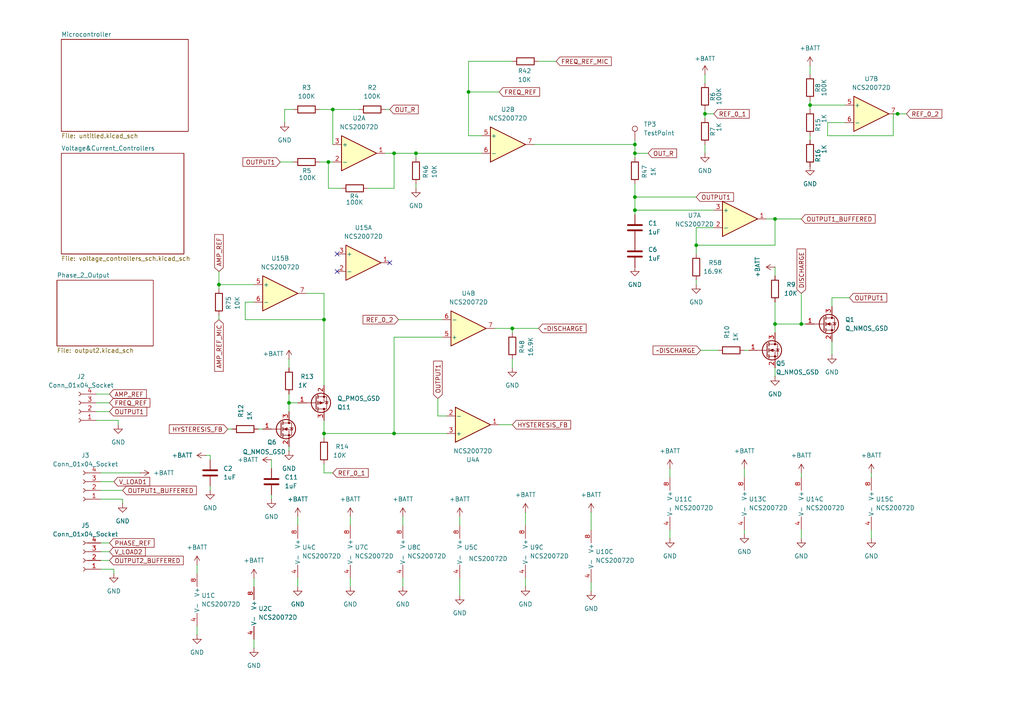
<source format=kicad_sch>
(kicad_sch (version 20250114) (generator "eeschema") (generator_version "9.0")
  (paper "A4")
  (lib_symbols
    (symbol "Amplifier_Operational:NCS20072D" (pin_names (offset 0.127))
      (property "Reference" "U" (at 2.54 6.35 0))
      (property "Value" "NCS20072D" (at 2.54 3.81 0))
      (symbol "NCS20072D_1_1"
        (polyline (pts (xy 5.08 0) (xy -5.08 5.08) (xy -5.08 -5.08) (xy 5.08 0)) (stroke (width 0.254)) (fill (type background)))
        (pin input line (at -7.62 2.54 0) (length 2.54) (name "+") (number "3"))
        (pin input line (at -7.62 -2.54 0) (length 2.54) (name "-") (number "2"))
        (pin output line (at 7.62 0 180) (length 2.54) (name "~") (number "1"))
      )
      (symbol "NCS20072D_2_1"
        (polyline (pts (xy 5.08 0) (xy -5.08 5.08) (xy -5.08 -5.08) (xy 5.08 0)) (stroke (width 0.254)) (fill (type background)))
        (pin input line (at -7.62 2.54 0) (length 2.54) (name "+") (number "5"))
        (pin input line (at -7.62 -2.54 0) (length 2.54) (name "-") (number "6"))
        (pin output line (at 7.62 0 180) (length 2.54) (name "~") (number "7"))
      )
      (symbol "NCS20072D_3_1"
        (pin power_in line (at 0 7.62 270) (length 3.81) (name "V+") (number "8"))
        (pin power_in line (at 0 -7.62 90) (length 3.81) (name "V-") (number "4"))
      )
    )
    (symbol "Connector:Conn_01x04_Socket" (pin_names (offset 1.016) (hide yes))
      (property "Reference" "J" (at 0 5.08 0))
      (property "Value" "Conn_01x04_Socket" (at 0 -7.62 0))
      (symbol "Conn_01x04_Socket_1_1"
        (polyline (pts (xy -1.27 2.54) (xy -0.508 2.54)) (stroke (width 0.1524)))
        (polyline (pts (xy -1.27 0) (xy -0.508 0)) (stroke (width 0.1524)))
        (polyline (pts (xy -1.27 -2.54) (xy -0.508 -2.54)) (stroke (width 0.1524)))
        (polyline (pts (xy -1.27 -5.08) (xy -0.508 -5.08)) (stroke (width 0.1524)))
        (arc (start 0 2.032) (mid -0.5058 2.54) (end 0 3.048) (stroke (width 0.1524)))
        (arc (start 0 -0.508) (mid -0.5058 0) (end 0 0.508) (stroke (width 0.1524)))
        (arc (start 0 -3.048) (mid -0.5058 -2.54) (end 0 -2.032) (stroke (width 0.1524)))
        (arc (start 0 -5.588) (mid -0.5058 -5.08) (end 0 -4.572) (stroke (width 0.1524)))
        (pin passive line (at -5.08 2.54 0) (length 3.81) (name "Pin_1") (number "1"))
        (pin passive line (at -5.08 0 0) (length 3.81) (name "Pin_2") (number "2"))
        (pin passive line (at -5.08 -2.54 0) (length 3.81) (name "Pin_3") (number "3"))
        (pin passive line (at -5.08 -5.08 0) (length 3.81) (name "Pin_4") (number "4"))
      )
    )
    (symbol "Connector:TestPoint" (pin_numbers (hide yes)) (pin_names (offset 0.762) (hide yes))
      (property "Reference" "TP" (at 0 6.858 0))
      (property "Value" "TestPoint" (at 0 5.08 0))
      (symbol "TestPoint_0_1"
        (circle (center 0 3.302) (radius 0.762))
      )
      (symbol "TestPoint_1_1"
        (pin passive line (at 0 0 90) (length 2.54) (name "1") (number "1"))
      )
    )
    (symbol "Device:C" (pin_numbers (hide yes)) (pin_names (offset 0.254))
      (property "Reference" "C" (at 0.635 2.54 0))
      (property "Value" "C" (at 0.635 -2.54 0))
      (symbol "C_0_1"
        (polyline (pts (xy -2.032 0.762) (xy 2.032 0.762)) (stroke (width 0.508)))
        (polyline (pts (xy -2.032 -0.762) (xy 2.032 -0.762)) (stroke (width 0.508)))
      )
      (symbol "C_1_1"
        (pin passive line (at 0 3.81 270) (length 2.794) (name "~") (number "1"))
        (pin passive line (at 0 -3.81 90) (length 2.794) (name "~") (number "2"))
      )
    )
    (symbol "Device:Q_NMOS_GSD" (pin_names (offset 0) (hide yes))
      (property "Reference" "Q" (at 5.08 1.27 0))
      (property "Value" "Q_NMOS_GSD" (at 5.08 -1.27 0))
      (symbol "Q_NMOS_GSD_0_1"
        (polyline (pts (xy 0.254 1.905) (xy 0.254 -1.905)) (stroke (width 0.254)))
        (polyline (pts (xy 0.254 0) (xy -2.54 0)))
        (polyline (pts (xy 0.762 2.286) (xy 0.762 1.27)) (stroke (width 0.254)))
        (polyline (pts (xy 0.762 0.508) (xy 0.762 -0.508)) (stroke (width 0.254)))
        (polyline (pts (xy 0.762 -1.27) (xy 0.762 -2.286)) (stroke (width 0.254)))
        (polyline (pts (xy 0.762 -1.778) (xy 3.302 -1.778) (xy 3.302 1.778) (xy 0.762 1.778)))
        (polyline (pts (xy 1.016 0) (xy 2.032 0.381) (xy 2.032 -0.381) (xy 1.016 0)) (fill (type outline)))
        (circle (center 1.651 0) (radius 2.794) (stroke (width 0.254)))
        (polyline (pts (xy 2.54 2.54) (xy 2.54 1.778)))
        (circle (center 2.54 1.778) (radius 0.254) (fill (type outline)))
        (circle (center 2.54 -1.778) (radius 0.254) (fill (type outline)))
        (polyline (pts (xy 2.54 -2.54) (xy 2.54 0) (xy 0.762 0)))
        (polyline (pts (xy 2.794 0.508) (xy 2.921 0.381) (xy 3.683 0.381) (xy 3.81 0.254)))
        (polyline (pts (xy 3.302 0.381) (xy 2.921 -0.254) (xy 3.683 -0.254) (xy 3.302 0.381)))
      )
      (symbol "Q_NMOS_GSD_1_1"
        (pin input line (at -5.08 0 0) (length 2.54) (name "G") (number "1"))
        (pin passive line (at 2.54 5.08 270) (length 2.54) (name "D") (number "3"))
        (pin passive line (at 2.54 -5.08 90) (length 2.54) (name "S") (number "2"))
      )
    )
    (symbol "Device:Q_PMOS_GSD" (pin_names (offset 0) (hide yes))
      (property "Reference" "Q" (at 5.08 1.27 0))
      (property "Value" "Q_PMOS_GSD" (at 5.08 -1.27 0))
      (symbol "Q_PMOS_GSD_0_1"
        (polyline (pts (xy 0.254 1.905) (xy 0.254 -1.905)) (stroke (width 0.254)))
        (polyline (pts (xy 0.254 0) (xy -2.54 0)))
        (polyline (pts (xy 0.762 2.286) (xy 0.762 1.27)) (stroke (width 0.254)))
        (polyline (pts (xy 0.762 1.778) (xy 3.302 1.778) (xy 3.302 -1.778) (xy 0.762 -1.778)))
        (polyline (pts (xy 0.762 0.508) (xy 0.762 -0.508)) (stroke (width 0.254)))
        (polyline (pts (xy 0.762 -1.27) (xy 0.762 -2.286)) (stroke (width 0.254)))
        (circle (center 1.651 0) (radius 2.794) (stroke (width 0.254)))
        (polyline (pts (xy 2.286 0) (xy 1.27 0.381) (xy 1.27 -0.381) (xy 2.286 0)) (fill (type outline)))
        (polyline (pts (xy 2.54 2.54) (xy 2.54 1.778)))
        (circle (center 2.54 1.778) (radius 0.254) (fill (type outline)))
        (circle (center 2.54 -1.778) (radius 0.254) (fill (type outline)))
        (polyline (pts (xy 2.54 -2.54) (xy 2.54 0) (xy 0.762 0)))
        (polyline (pts (xy 2.794 -0.508) (xy 2.921 -0.381) (xy 3.683 -0.381) (xy 3.81 -0.254)))
        (polyline (pts (xy 3.302 -0.381) (xy 2.921 0.254) (xy 3.683 0.254) (xy 3.302 -0.381)))
      )
      (symbol "Q_PMOS_GSD_1_1"
        (pin input line (at -5.08 0 0) (length 2.54) (name "G") (number "1"))
        (pin passive line (at 2.54 5.08 270) (length 2.54) (name "D") (number "3"))
        (pin passive line (at 2.54 -5.08 90) (length 2.54) (name "S") (number "2"))
      )
    )
    (symbol "Device:R" (pin_numbers (hide yes)) (pin_names (offset 0))
      (property "Reference" "R" (at 2.032 0 90))
      (property "Value" "R" (at 0 0 90))
      (symbol "R_0_1"
        (rectangle (start -1.016 -2.54) (end 1.016 2.54) (stroke (width 0.254)))
      )
      (symbol "R_1_1"
        (pin passive line (at 0 3.81 270) (length 1.27) (name "~") (number "1"))
        (pin passive line (at 0 -3.81 90) (length 1.27) (name "~") (number "2"))
      )
    )
    (symbol "power:+BATT" (power) (pin_numbers (hide yes)) (pin_names (offset 0) (hide yes))
      (property "Value" "+BATT" (at 0 3.556 0))
      (symbol "+BATT_0_1"
        (polyline (pts (xy -0.762 1.27) (xy 0 2.54)))
        (polyline (pts (xy 0 2.54) (xy 0.762 1.27)))
        (polyline (pts (xy 0 0) (xy 0 2.54)))
      )
      (symbol "+BATT_1_1"
        (pin power_in line (at 0 0 90) (length 0) (name "~") (number "1"))
      )
    )
    (symbol "power:GND" (power) (pin_numbers (hide yes)) (pin_names (offset 0) (hide yes))
      (property "Value" "GND" (at 0 -3.81 0))
      (symbol "GND_0_1"
        (polyline (pts (xy 0 0) (xy 0 -1.27) (xy 1.27 -1.27) (xy 0 -2.54) (xy -1.27 -1.27) (xy 0 -1.27)))
      )
      (symbol "GND_1_1"
        (pin power_in line (at 0 0 270) (length 0) (name "~") (number "1"))
      )
    )
  )
  (junction (at 93.98 92.71))
  (junction (at 201.93 71.12))
  (junction (at 184.15 41.91))
  (junction (at 184.15 57.15))
  (junction (at 120.65 44.45))
  (junction (at 148.59 95.25))
  (junction (at 232.41 93.98))
  (junction (at 114.3 125.73))
  (junction (at 224.79 93.98))
  (junction (at 95.25 46.99))
  (junction (at 260.35 33.02))
  (junction (at 63.5 82.55))
  (junction (at 114.3 44.45))
  (junction (at 184.15 60.96))
  (junction (at 135.89 26.67))
  (junction (at 234.95 30.48))
  (junction (at 184.15 44.45))
  (junction (at 224.79 63.5))
  (junction (at 204.47 33.02))
  (junction (at 93.98 125.73))
  (junction (at 83.82 116.84))
  (junction (at 96.52 31.75))
  (no_connect (at 97.79 73.66))
  (no_connect (at 113.03 76.2))
  (no_connect (at 97.79 78.74))
  (wire (pts (xy 152.4 167.64) (xy 152.4 170.18)))
  (wire (pts (xy 224.79 93.98) (xy 232.41 93.98)))
  (wire (pts (xy 73.66 185.42) (xy 73.66 187.96)))
  (wire (pts (xy 127 120.65) (xy 127 115.57)))
  (wire (pts (xy 29.21 157.48) (xy 31.75 157.48)))
  (wire (pts (xy 78.74 133.35) (xy 78.74 135.89)))
  (wire (pts (xy 241.3 86.36) (xy 241.3 88.9)))
  (wire (pts (xy 184.15 57.15) (xy 201.93 57.15)))
  (wire (pts (xy 252.73 153.67) (xy 252.73 156.21)))
  (wire (pts (xy 148.59 95.25) (xy 156.21 95.25)))
  (wire (pts (xy 92.71 46.99) (xy 95.25 46.99)))
  (wire (pts (xy 66.04 124.46) (xy 67.31 124.46)))
  (wire (pts (xy 204.47 41.91) (xy 204.47 44.45)))
  (wire (pts (xy 143.51 95.25) (xy 148.59 95.25)))
  (wire (pts (xy 203.2 101.6) (xy 208.28 101.6)))
  (wire (pts (xy 234.95 30.48) (xy 234.95 31.75)))
  (wire (pts (xy 63.5 83.82) (xy 63.5 82.55)))
  (wire (pts (xy 135.89 39.37) (xy 135.89 26.67)))
  (wire (pts (xy 114.3 97.79) (xy 114.3 125.73)))
  (wire (pts (xy 184.15 44.45) (xy 187.96 44.45)))
  (wire (pts (xy 201.93 82.55) (xy 201.93 81.28)))
  (wire (pts (xy 93.98 125.73) (xy 93.98 127)))
  (wire (pts (xy 234.95 30.48) (xy 245.11 30.48)))
  (wire (pts (xy 120.65 53.34) (xy 120.65 54.61)))
  (wire (pts (xy 111.76 44.45) (xy 114.3 44.45)))
  (wire (pts (xy 95.25 46.99) (xy 96.52 46.99)))
  (wire (pts (xy 63.5 91.44) (xy 63.5 92.71)))
  (wire (pts (xy 29.21 162.56) (xy 31.75 162.56)))
  (wire (pts (xy 34.29 121.92) (xy 34.29 123.19)))
  (wire (pts (xy 234.95 39.37) (xy 234.95 40.64)))
  (wire (pts (xy 115.57 92.71) (xy 128.27 92.71)))
  (wire (pts (xy 88.9 85.09) (xy 93.98 85.09)))
  (wire (pts (xy 215.9 101.6) (xy 217.17 101.6)))
  (wire (pts (xy 184.15 60.96) (xy 207.01 60.96)))
  (wire (pts (xy 63.5 82.55) (xy 73.66 82.55)))
  (wire (pts (xy 252.73 137.16) (xy 252.73 138.43)))
  (wire (pts (xy 224.79 63.5) (xy 232.41 63.5)))
  (wire (pts (xy 106.68 54.61) (xy 114.3 54.61)))
  (wire (pts (xy 135.89 26.67) (xy 144.78 26.67)))
  (wire (pts (xy 201.93 66.04) (xy 207.01 66.04)))
  (wire (pts (xy 135.89 26.67) (xy 135.89 17.78)))
  (wire (pts (xy 184.15 41.91) (xy 184.15 44.45)))
  (wire (pts (xy 135.89 17.78) (xy 148.59 17.78)))
  (wire (pts (xy 96.52 31.75) (xy 104.14 31.75)))
  (wire (pts (xy 259.08 39.37) (xy 259.08 33.02)))
  (wire (pts (xy 129.54 120.65) (xy 127 120.65)))
  (wire (pts (xy 148.59 104.14) (xy 148.59 106.68)))
  (wire (pts (xy 33.02 165.1) (xy 29.21 165.1)))
  (wire (pts (xy 232.41 137.16) (xy 232.41 138.43)))
  (wire (pts (xy 224.79 106.68) (xy 224.79 109.22)))
  (wire (pts (xy 204.47 33.02) (xy 204.47 34.29)))
  (wire (pts (xy 114.3 125.73) (xy 129.54 125.73)))
  (wire (pts (xy 184.15 44.45) (xy 184.15 45.72)))
  (wire (pts (xy 152.4 148.59) (xy 152.4 152.4)))
  (wire (pts (xy 204.47 31.75) (xy 204.47 33.02)))
  (wire (pts (xy 86.36 167.64) (xy 86.36 170.18)))
  (wire (pts (xy 57.15 181.61) (xy 57.15 184.15)))
  (wire (pts (xy 27.94 119.38) (xy 31.75 119.38)))
  (wire (pts (xy 35.56 144.78) (xy 35.56 146.05)))
  (wire (pts (xy 222.25 63.5) (xy 224.79 63.5)))
  (wire (pts (xy 29.21 160.02) (xy 31.75 160.02)))
  (wire (pts (xy 260.35 33.02) (xy 262.89 33.02)))
  (wire (pts (xy 224.79 77.47) (xy 224.79 80.01)))
  (wire (pts (xy 82.55 31.75) (xy 85.09 31.75)))
  (wire (pts (xy 83.82 114.3) (xy 83.82 116.84)))
  (wire (pts (xy 93.98 125.73) (xy 114.3 125.73)))
  (wire (pts (xy 29.21 139.7) (xy 33.02 139.7)))
  (wire (pts (xy 71.12 92.71) (xy 93.98 92.71)))
  (wire (pts (xy 184.15 60.96) (xy 184.15 62.23)))
  (wire (pts (xy 96.52 31.75) (xy 96.52 41.91)))
  (wire (pts (xy 71.12 87.63) (xy 71.12 92.71)))
  (wire (pts (xy 27.94 121.92) (xy 34.29 121.92)))
  (wire (pts (xy 234.95 19.05) (xy 234.95 21.59)))
  (wire (pts (xy 224.79 63.5) (xy 224.79 71.12)))
  (wire (pts (xy 101.6 167.64) (xy 101.6 170.18)))
  (wire (pts (xy 95.25 54.61) (xy 99.06 54.61)))
  (wire (pts (xy 224.79 93.98) (xy 224.79 96.52)))
  (wire (pts (xy 224.79 87.63) (xy 224.79 93.98)))
  (wire (pts (xy 29.21 137.16) (xy 40.64 137.16)))
  (wire (pts (xy 73.66 87.63) (xy 71.12 87.63)))
  (wire (pts (xy 86.36 149.86) (xy 86.36 152.4)))
  (wire (pts (xy 27.94 116.84) (xy 31.75 116.84)))
  (wire (pts (xy 232.41 93.98) (xy 233.68 93.98)))
  (wire (pts (xy 83.82 116.84) (xy 83.82 119.38)))
  (wire (pts (xy 83.82 116.84) (xy 86.36 116.84)))
  (wire (pts (xy 83.82 129.54) (xy 83.82 130.81)))
  (wire (pts (xy 204.47 33.02) (xy 207.01 33.02)))
  (wire (pts (xy 116.84 167.64) (xy 116.84 170.18)))
  (wire (pts (xy 81.28 46.99) (xy 85.09 46.99)))
  (wire (pts (xy 93.98 121.92) (xy 93.98 125.73)))
  (wire (pts (xy 201.93 71.12) (xy 201.93 73.66)))
  (wire (pts (xy 29.21 142.24) (xy 35.56 142.24)))
  (wire (pts (xy 259.08 33.02) (xy 260.35 33.02)))
  (wire (pts (xy 240.03 35.56) (xy 245.11 35.56)))
  (wire (pts (xy 27.94 114.3) (xy 31.75 114.3)))
  (wire (pts (xy 57.15 163.83) (xy 57.15 166.37)))
  (wire (pts (xy 33.02 166.37) (xy 33.02 165.1)))
  (wire (pts (xy 144.78 123.19) (xy 148.59 123.19)))
  (wire (pts (xy 240.03 39.37) (xy 259.08 39.37)))
  (wire (pts (xy 83.82 104.14) (xy 83.82 106.68)))
  (wire (pts (xy 120.65 44.45) (xy 139.7 44.45)))
  (wire (pts (xy 29.21 144.78) (xy 35.56 144.78)))
  (wire (pts (xy 246.38 86.36) (xy 241.3 86.36)))
  (wire (pts (xy 133.35 149.86) (xy 133.35 152.4)))
  (wire (pts (xy 114.3 44.45) (xy 120.65 44.45)))
  (wire (pts (xy 82.55 31.75) (xy 82.55 35.56)))
  (wire (pts (xy 133.35 167.64) (xy 133.35 172.72)))
  (wire (pts (xy 60.96 132.08) (xy 59.69 132.08)))
  (wire (pts (xy 241.3 99.06) (xy 241.3 102.87)))
  (wire (pts (xy 114.3 54.61) (xy 114.3 44.45)))
  (wire (pts (xy 76.2 124.46) (xy 74.93 124.46)))
  (wire (pts (xy 201.93 71.12) (xy 201.93 66.04)))
  (wire (pts (xy 111.76 31.75) (xy 113.03 31.75)))
  (wire (pts (xy 184.15 53.34) (xy 184.15 57.15)))
  (wire (pts (xy 171.45 148.59) (xy 171.45 153.67)))
  (wire (pts (xy 128.27 97.79) (xy 114.3 97.79)))
  (wire (pts (xy 92.71 31.75) (xy 96.52 31.75)))
  (wire (pts (xy 240.03 35.56) (xy 240.03 39.37)))
  (wire (pts (xy 215.9 153.67) (xy 215.9 154.94)))
  (wire (pts (xy 184.15 57.15) (xy 184.15 60.96)))
  (wire (pts (xy 78.74 143.51) (xy 78.74 144.78)))
  (wire (pts (xy 60.96 140.97) (xy 60.96 142.24)))
  (wire (pts (xy 95.25 46.99) (xy 95.25 54.61)))
  (wire (pts (xy 194.31 135.89) (xy 194.31 138.43)))
  (wire (pts (xy 224.79 71.12) (xy 201.93 71.12)))
  (wire (pts (xy 63.5 78.74) (xy 63.5 82.55)))
  (wire (pts (xy 60.96 133.35) (xy 60.96 132.08)))
  (wire (pts (xy 194.31 153.67) (xy 194.31 156.21)))
  (wire (pts (xy 148.59 95.25) (xy 148.59 96.52)))
  (wire (pts (xy 184.15 40.64) (xy 184.15 41.91)))
  (wire (pts (xy 93.98 134.62) (xy 93.98 137.16)))
  (wire (pts (xy 154.94 41.91) (xy 184.15 41.91)))
  (wire (pts (xy 156.21 17.78) (xy 161.29 17.78)))
  (wire (pts (xy 232.41 85.09) (xy 232.41 93.98)))
  (wire (pts (xy 204.47 21.59) (xy 204.47 24.13)))
  (wire (pts (xy 101.6 149.86) (xy 101.6 152.4)))
  (wire (pts (xy 234.95 29.21) (xy 234.95 30.48)))
  (wire (pts (xy 120.65 44.45) (xy 120.65 45.72)))
  (wire (pts (xy 93.98 85.09) (xy 93.98 92.71)))
  (wire (pts (xy 135.89 39.37) (xy 139.7 39.37)))
  (wire (pts (xy 171.45 168.91) (xy 171.45 171.45)))
  (wire (pts (xy 215.9 135.89) (xy 215.9 138.43)))
  (wire (pts (xy 232.41 153.67) (xy 232.41 156.21)))
  (wire (pts (xy 93.98 137.16) (xy 96.52 137.16)))
  (wire (pts (xy 116.84 149.86) (xy 116.84 152.4)))
  (wire (pts (xy 73.66 167.64) (xy 73.66 170.18)))
  (wire (pts (xy 93.98 92.71) (xy 93.98 111.76)))
  (global_label "OUTPUT1" (shape input) (at 246.38 86.36 0) (property "Intersheetrefs" "${INTERSHEET_REFS}" (effects (hide yes))))
  (global_label "OUTPUT1_BUFFERED" (shape input) (at 35.56 142.24 0) (property "Intersheetrefs" "${INTERSHEET_REFS}" (effects (hide yes))))
  (global_label "~DISCHARGE" (shape input) (at 203.2 101.6 180) (property "Intersheetrefs" "${INTERSHEET_REFS}" (effects (hide yes))))
  (global_label "REF_0_1" (shape input) (at 207.01 33.02 0) (property "Intersheetrefs" "${INTERSHEET_REFS}" (effects (hide yes))))
  (global_label "DISCHARGE" (shape input) (at 232.41 85.09 90) (property "Intersheetrefs" "${INTERSHEET_REFS}" (effects (hide yes))))
  (global_label "OUTPUT2_BUFFERED" (shape input) (at 31.75 162.56 0) (property "Intersheetrefs" "${INTERSHEET_REFS}" (effects (hide yes))))
  (global_label "OUTPUT1" (shape input) (at 127 115.57 90) (property "Intersheetrefs" "${INTERSHEET_REFS}" (effects (hide yes))))
  (global_label "REF_0_2" (shape input) (at 262.89 33.02 0) (property "Intersheetrefs" "${INTERSHEET_REFS}" (effects (hide yes))))
  (global_label "V_LOAD2" (shape input) (at 31.75 160.02 0) (property "Intersheetrefs" "${INTERSHEET_REFS}" (effects (hide yes))))
  (global_label "~DISCHARGE" (shape input) (at 156.21 95.25 0) (property "Intersheetrefs" "${INTERSHEET_REFS}" (effects (hide yes))))
  (global_label "OUTPUT1" (shape input) (at 81.28 46.99 180) (property "Intersheetrefs" "${INTERSHEET_REFS}" (effects (hide yes))))
  (global_label "V_LOAD1" (shape input) (at 33.02 139.7 0) (property "Intersheetrefs" "${INTERSHEET_REFS}" (effects (hide yes))))
  (global_label "AMP_REF_MIC" (shape input) (at 63.5 92.71 270) (property "Intersheetrefs" "${INTERSHEET_REFS}" (effects (hide yes))))
  (global_label "HYSTERESIS_FB" (shape input) (at 66.04 124.46 180) (property "Intersheetrefs" "${INTERSHEET_REFS}" (effects (hide yes))))
  (global_label "REF_0_2" (shape input) (at 115.57 92.71 180) (property "Intersheetrefs" "${INTERSHEET_REFS}" (effects (hide yes))))
  (global_label "AMP_REF" (shape input) (at 31.75 114.3 0) (property "Intersheetrefs" "${INTERSHEET_REFS}" (effects (hide yes))))
  (global_label "REF_0_1" (shape input) (at 96.52 137.16 0) (property "Intersheetrefs" "${INTERSHEET_REFS}" (effects (hide yes))))
  (global_label "OUT_R" (shape input) (at 187.96 44.45 0) (property "Intersheetrefs" "${INTERSHEET_REFS}" (effects (hide yes))))
  (global_label "PHASE_REF" (shape input) (at 31.75 157.48 0) (property "Intersheetrefs" "${INTERSHEET_REFS}" (effects (hide yes))))
  (global_label "FREQ_REF" (shape input) (at 144.78 26.67 0) (property "Intersheetrefs" "${INTERSHEET_REFS}" (effects (hide yes))))
  (global_label "FREQ_REF" (shape input) (at 31.75 116.84 0) (property "Intersheetrefs" "${INTERSHEET_REFS}" (effects (hide yes))))
  (global_label "OUTPUT1" (shape input) (at 201.93 57.15 0) (property "Intersheetrefs" "${INTERSHEET_REFS}" (effects (hide yes))))
  (global_label "FREQ_REF_MIC" (shape input) (at 161.29 17.78 0) (property "Intersheetrefs" "${INTERSHEET_REFS}" (effects (hide yes))))
  (global_label "AMP_REF" (shape input) (at 63.5 78.74 90) (property "Intersheetrefs" "${INTERSHEET_REFS}" (effects (hide yes))))
  (global_label "OUTPUT1_BUFFERED" (shape input) (at 232.41 63.5 0) (property "Intersheetrefs" "${INTERSHEET_REFS}" (effects (hide yes))))
  (global_label "OUTPUT1" (shape input) (at 31.75 119.38 0) (property "Intersheetrefs" "${INTERSHEET_REFS}" (effects (hide yes))))
  (global_label "HYSTERESIS_FB" (shape input) (at 148.59 123.19 0) (property "Intersheetrefs" "${INTERSHEET_REFS}" (effects (hide yes))))
  (global_label "OUT_R" (shape input) (at 113.03 31.75 0) (property "Intersheetrefs" "${INTERSHEET_REFS}" (effects (hide yes))))
  (symbol (lib_id "power:+BATT") (at 234.95 19.05 0) (unit 1)
    (property "Reference" "#PWR060" (effects (hide yes)))
    (property "Value" "+BATT" (at 234.95 13.97 0))
    (property "Description" "Power symbol creates a global label with name \"+BATT\"" (effects (hide yes)))
  )
  (symbol (lib_id "power:+BATT") (at 224.79 77.47 90) (unit 1)
    (property "Reference" "#PWR035" (effects (hide yes)))
    (property "Value" "+BATT" (at 219.71 77.47 0))
    (property "Description" "Power symbol creates a global label with name \"+BATT\"" (effects (hide yes)))
  )
  (symbol (lib_id "power:GND") (at 33.02 166.37 0) (unit 1)
    (property "Reference" "#PWR070" (effects (hide yes)))
    (property "Value" "GND" (at 33.02 171.45 0))
    (property "Description" "Power symbol creates a global label with name \"GND\" , ground" (effects (hide yes)))
  )
  (symbol (lib_id "power:+BATT") (at 86.36 149.86 0) (unit 1)
    (property "Reference" "#PWR036" (effects (hide yes)))
    (property "Value" "+BATT" (at 86.36 144.78 0))
    (property "Description" "Power symbol creates a global label with name \"+BATT\"" (effects (hide yes)))
  )
  (symbol (lib_id "power:GND") (at 73.66 187.96 0) (unit 1)
    (property "Reference" "#PWR030" (effects (hide yes)))
    (property "Value" "GND" (at 73.66 193.04 0))
    (property "Description" "Power symbol creates a global label with name \"GND\" , ground" (effects (hide yes)))
  )
  (symbol (lib_id "Device:R") (at 107.95 31.75 90) (unit 1)
    (property "Reference" "R2" (at 107.95 25.4 90))
    (property "Value" "100K" (at 107.95 27.94 90))
    (property "Footprint" "Resistor_SMD:R_0603_1608Metric" (effects (hide yes)))
    (property "Description" "Resistor" (effects (hide yes)))
  )
  (symbol (lib_id "power:+BATT") (at 57.15 163.83 0) (unit 1)
    (property "Reference" "#PWR027" (effects (hide yes)))
    (property "Value" "+BATT" (at 57.15 158.75 0))
    (property "Description" "Power symbol creates a global label with name \"+BATT\"" (effects (hide yes)))
  )
  (symbol (lib_id "power:+BATT") (at 204.47 21.59 0) (unit 1)
    (property "Reference" "#PWR056" (effects (hide yes)))
    (property "Value" "+BATT" (at 204.47 17.018 0))
    (property "Description" "Power symbol creates a global label with name \"+BATT\"" (effects (hide yes)))
  )
  (symbol (lib_id "power:+BATT") (at 232.41 137.16 0) (unit 1)
    (property "Reference" "#PWR087" (effects (hide yes)))
    (property "Value" "+BATT" (at 232.41 132.08 0))
    (property "Description" "Power symbol creates a global label with name \"+BATT\"" (effects (hide yes)))
  )
  (symbol (lib_id "Amplifier_Operational:NCS20072D") (at 171.45 161.29 0) (unit 3)
    (property "Reference" "U10" (at 172.72 160.0199 0) (effects (justify left)))
    (property "Value" "NCS20072D" (at 172.72 162.5599 0) (effects (justify left)))
    (property "Footprint" "Package_SO:SOIC-8_3.9x4.9mm_P1.27mm" (effects (hide yes)))
    (property "Datasheet" "https://www.onsemi.com/pub/Collateral/NCS20071-D.PDF" (effects (hide yes)))
    (property "Description" "Dual, 2.8V/µs, Rail-to-Rail Output, SOIC-8" (effects (hide yes)))
  )
  (symbol (lib_id "Device:R") (at 234.95 25.4 180) (unit 1)
    (property "Reference" "R8" (at 237.236 24.13 90) (effects (justify left)))
    (property "Value" "100K" (at 239.014 22.86 90) (effects (justify left)))
    (property "Footprint" "Resistor_SMD:R_0603_1608Metric" (effects (hide yes)))
    (property "Description" "Resistor" (effects (hide yes)))
  )
  (symbol (lib_id "Connector:Conn_01x04_Socket") (at 24.13 162.56 180) (unit 1)
    (property "Reference" "J5" (at 24.765 152.4 0))
    (property "Value" "Conn_01x04_Socket" (at 24.765 154.94 0))
    (property "Footprint" "Connector_Phoenix_MSTB:PhoenixContact_MSTBVA_2,5_4-G-5,08_1x04_P5.08mm_Vertical" (effects (hide yes)))
    (property "Description" "Generic connector, single row, 01x04, script generated" (effects (hide yes)))
  )
  (symbol (lib_id "power:+BATT") (at 215.9 135.89 0) (unit 1)
    (property "Reference" "#PWR083" (effects (hide yes)))
    (property "Value" "+BATT" (at 215.9 130.81 0))
    (property "Description" "Power symbol creates a global label with name \"+BATT\"" (effects (hide yes)))
  )
  (symbol (lib_id "Device:R") (at 93.98 130.81 0) (unit 1)
    (property "Reference" "R14" (at 97.282 129.54 0) (effects (justify left)))
    (property "Value" "10K" (at 96.52 132.0799 0) (effects (font (italic yes)) (justify left)))
    (property "Footprint" "Resistor_SMD:R_0603_1608Metric" (effects (hide yes)))
    (property "Description" "Resistor" (effects (hide yes)))
  )
  (symbol (lib_id "Amplifier_Operational:NCS20072D") (at 215.9 146.05 0) (unit 3)
    (property "Reference" "U13" (at 217.17 144.7799 0) (effects (justify left)))
    (property "Value" "NCS20072D" (at 217.17 147.3199 0) (effects (justify left)))
    (property "Footprint" "Package_SO:SOIC-8_3.9x4.9mm_P1.27mm" (effects (hide yes)))
    (property "Datasheet" "https://www.onsemi.com/pub/Collateral/NCS20071-D.PDF" (effects (hide yes)))
    (property "Description" "Dual, 2.8V/µs, Rail-to-Rail Output, SOIC-8" (effects (hide yes)))
  )
  (symbol (lib_id "Device:R") (at 102.87 54.61 90) (unit 1)
    (property "Reference" "R4" (at 104.14 56.896 90) (effects (justify left)))
    (property "Value" "100K" (at 105.41 58.674 90) (effects (justify left)))
    (property "Footprint" "Resistor_SMD:R_0603_1608Metric" (effects (hide yes)))
    (property "Description" "Resistor" (effects (hide yes)))
  )
  (symbol (lib_id "power:GND") (at 152.4 170.18 0) (unit 1)
    (property "Reference" "#PWR077" (effects (hide yes)))
    (property "Value" "GND" (at 152.4 175.26 0))
    (property "Description" "Power symbol creates a global label with name \"GND\" , ground" (effects (hide yes)))
  )
  (symbol (lib_id "Device:R") (at 63.5 87.63 180) (unit 1)
    (property "Reference" "R75" (at 66.294 87.884 90))
    (property "Value" "10K" (at 68.834 87.884 90))
    (property "Footprint" "Resistor_SMD:R_0603_1608Metric" (effects (hide yes)))
    (property "Description" "Resistor" (effects (hide yes)))
  )
  (symbol (lib_id "Device:R") (at 184.15 49.53 180) (unit 1)
    (property "Reference" "R47" (at 186.944 49.784 90))
    (property "Value" "1K" (at 189.484 49.784 90))
    (property "Footprint" "Resistor_SMD:R_0603_1608Metric" (effects (hide yes)))
    (property "Description" "Resistor" (effects (hide yes)))
  )
  (symbol (lib_id "Amplifier_Operational:NCS20072D") (at 73.66 177.8 0) (unit 3)
    (property "Reference" "U2" (at 74.93 176.5299 0) (effects (justify left)))
    (property "Value" "NCS20072D" (at 74.93 179.0699 0) (effects (justify left)))
    (property "Footprint" "Package_SO:SOIC-8_3.9x4.9mm_P1.27mm" (effects (hide yes)))
    (property "Datasheet" "https://www.onsemi.com/pub/Collateral/NCS20071-D.PDF" (effects (hide yes)))
    (property "Description" "Dual, 2.8V/µs, Rail-to-Rail Output, SOIC-8" (effects (hide yes)))
  )
  (symbol (lib_id "Amplifier_Operational:NCS20072D") (at 214.63 63.5 0) (unit 1)
    (property "Reference" "U7" (at 201.422 62.484 0))
    (property "Value" "NCS20072D" (at 201.422 65.024 0))
    (property "Footprint" "Package_SO:SOIC-8_3.9x4.9mm_P1.27mm" (effects (hide yes)))
    (property "Datasheet" "https://www.onsemi.com/pub/Collateral/NCS20071-D.PDF" (effects (hide yes)))
    (property "Description" "Dual, 2.8V/µs, Rail-to-Rail Output, SOIC-8" (effects (hide yes)))
  )
  (symbol (lib_id "Device:Q_NMOS_GSD") (at 222.25 101.6 0) (unit 1)
    (property "Reference" "Q5" (at 225.044 105.41 0) (effects (justify left)))
    (property "Value" "Q_NMOS_GSD" (at 225.044 107.95 0) (effects (justify left)))
    (property "Footprint" "Package_TO_SOT_SMD:SOT-23" (effects (hide yes)))
    (property "Description" "N-MOSFET transistor, gate/source/drain" (effects (hide yes)))
  )
  (symbol (lib_id "power:GND") (at 82.55 35.56 0) (unit 1)
    (property "Reference" "#PWR06" (effects (hide yes)))
    (property "Value" "GND" (at 82.55 40.64 0))
    (property "Description" "Power symbol creates a global label with name \"GND\" , ground" (effects (hide yes)))
  )
  (symbol (lib_id "power:GND") (at 101.6 170.18 0) (unit 1)
    (property "Reference" "#PWR045" (effects (hide yes)))
    (property "Value" "GND" (at 101.6 175.26 0))
    (property "Description" "Power symbol creates a global label with name \"GND\" , ground" (effects (hide yes)))
  )
  (symbol (lib_id "Device:R") (at 152.4 17.78 90) (unit 1)
    (property "Reference" "R42" (at 152.146 20.574 90))
    (property "Value" "10K" (at 152.146 23.114 90))
    (property "Footprint" "Resistor_SMD:R_0603_1608Metric" (effects (hide yes)))
    (property "Description" "Resistor" (effects (hide yes)))
  )
  (symbol (lib_id "Device:R") (at 88.9 46.99 270) (unit 1)
    (property "Reference" "R5" (at 87.63 49.53 90) (effects (justify left)))
    (property "Value" "100K" (at 86.614 51.562 90) (effects (justify left)))
    (property "Footprint" "Resistor_SMD:R_0603_1608Metric" (effects (hide yes)))
    (property "Description" "Resistor" (effects (hide yes)))
  )
  (symbol (lib_id "power:GND") (at 241.3 102.87 0) (unit 1)
    (property "Reference" "#PWR011" (effects (hide yes)))
    (property "Value" "GND" (at 241.3 107.95 0))
    (property "Description" "Power symbol creates a global label with name \"GND\" , ground" (effects (hide yes)))
  )
  (symbol (lib_id "power:+BATT") (at 40.64 137.16 270) (unit 1)
    (property "Reference" "#PWR021" (effects (hide yes)))
    (property "Value" "+BATT" (at 44.45 137.1599 90) (effects (justify left)))
    (property "Description" "Power symbol creates a global label with name \"+BATT\"" (effects (hide yes)))
  )
  (symbol (lib_id "Amplifier_Operational:NCS20072D") (at 104.14 44.45 0) (unit 1)
    (property "Reference" "U2" (at 104.14 34.29 0))
    (property "Value" "NCS20072D" (at 104.14 36.83 0))
    (property "Footprint" "Package_SO:SOIC-8_3.9x4.9mm_P1.27mm" (effects (hide yes)))
    (property "Datasheet" "https://www.onsemi.com/pub/Collateral/NCS20071-D.PDF" (effects (hide yes)))
    (property "Description" "Dual, 2.8V/µs, Rail-to-Rail Output, SOIC-8" (effects (hide yes)))
  )
  (symbol (lib_id "power:GND") (at 194.31 156.21 0) (unit 1)
    (property "Reference" "#PWR081" (effects (hide yes)))
    (property "Value" "GND" (at 194.31 161.29 0))
    (property "Description" "Power symbol creates a global label with name \"GND\" , ground" (effects (hide yes)))
  )
  (symbol (lib_id "power:+BATT") (at 194.31 135.89 0) (unit 1)
    (property "Reference" "#PWR080" (effects (hide yes)))
    (property "Value" "+BATT" (at 194.31 130.81 0))
    (property "Description" "Power symbol creates a global label with name \"+BATT\"" (effects (hide yes)))
  )
  (symbol (lib_id "power:GND") (at 148.59 106.68 0) (unit 1)
    (property "Reference" "#PWR016" (effects (hide yes)))
    (property "Value" "GND" (at 148.59 111.76 0))
    (property "Description" "Power symbol creates a global label with name \"GND\" , ground" (effects (hide yes)))
  )
  (symbol (lib_id "power:GND") (at 83.82 130.81 0) (unit 1)
    (property "Reference" "#PWR058" (effects (hide yes)))
    (property "Value" "GND" (at 83.82 135.89 0))
    (property "Description" "Power symbol creates a global label with name \"GND\" , ground" (effects (hide yes)))
  )
  (symbol (lib_id "Device:C") (at 60.96 137.16 0) (unit 1)
    (property "Reference" "C2" (at 64.77 135.8899 0) (effects (justify left)))
    (property "Value" "1uF" (at 64.77 138.4299 0) (effects (justify left)))
    (property "Footprint" "Capacitor_SMD:C_0603_1608Metric" (effects (hide yes)))
    (property "Description" "Unpolarized capacitor" (effects (hide yes)))
  )
  (symbol (lib_id "Amplifier_Operational:NCS20072D") (at 116.84 160.02 0) (unit 3)
    (property "Reference" "U8" (at 118.11 158.7499 0) (effects (justify left)))
    (property "Value" "NCS20072D" (at 118.11 161.2899 0) (effects (justify left)))
    (property "Footprint" "Package_SO:SOIC-8_3.9x4.9mm_P1.27mm" (effects (hide yes)))
    (property "Datasheet" "https://www.onsemi.com/pub/Collateral/NCS20071-D.PDF" (effects (hide yes)))
    (property "Description" "Dual, 2.8V/µs, Rail-to-Rail Output, SOIC-8" (effects (hide yes)))
  )
  (symbol (lib_id "Device:Q_PMOS_GSD") (at 91.44 116.84 0) (mirror x) (unit 1)
    (property "Reference" "Q11" (at 97.79 118.1101 0) (effects (justify left)))
    (property "Value" "Q_PMOS_GSD" (at 97.79 115.5701 0) (effects (justify left)))
    (property "Footprint" "Package_TO_SOT_SMD:SOT-23" (effects (hide yes)))
    (property "Description" "P-MOSFET transistor, gate/source/drain" (effects (hide yes)))
  )
  (symbol (lib_id "Amplifier_Operational:NCS20072D") (at 57.15 173.99 0) (unit 3)
    (property "Reference" "U1" (at 58.42 172.7199 0) (effects (justify left)))
    (property "Value" "NCS20072D" (at 58.42 175.2599 0) (effects (justify left)))
    (property "Footprint" "Package_SO:SOIC-8_3.9x4.9mm_P1.27mm" (effects (hide yes)))
    (property "Datasheet" "https://www.onsemi.com/pub/Collateral/NCS20071-D.PDF" (effects (hide yes)))
    (property "Description" "Dual, 2.8V/µs, Rail-to-Rail Output, SOIC-8" (effects (hide yes)))
  )
  (symbol (lib_id "power:+BATT") (at 133.35 149.86 0) (unit 1)
    (property "Reference" "#PWR042" (effects (hide yes)))
    (property "Value" "+BATT" (at 133.35 144.78 0))
    (property "Description" "Power symbol creates a global label with name \"+BATT\"" (effects (hide yes)))
  )
  (symbol (lib_id "Amplifier_Operational:NCS20072D") (at 147.32 41.91 0) (unit 2)
    (property "Reference" "U2" (at 147.32 31.75 0))
    (property "Value" "NCS20072D" (at 147.32 34.29 0))
    (property "Footprint" "Package_SO:SOIC-8_3.9x4.9mm_P1.27mm" (effects (hide yes)))
    (property "Datasheet" "https://www.onsemi.com/pub/Collateral/NCS20071-D.PDF" (effects (hide yes)))
    (property "Description" "Dual, 2.8V/µs, Rail-to-Rail Output, SOIC-8" (effects (hide yes)))
  )
  (symbol (lib_id "Amplifier_Operational:NCS20072D") (at 133.35 160.02 0) (unit 3)
    (property "Reference" "U5" (at 134.62 158.7499 0) (effects (justify left)))
    (property "Value" "NCS20072D" (at 135.89 162.052 0) (effects (justify left)))
    (property "Footprint" "Package_SO:SOIC-8_3.9x4.9mm_P1.27mm" (effects (hide yes)))
    (property "Datasheet" "https://www.onsemi.com/pub/Collateral/NCS20071-D.PDF" (effects (hide yes)))
    (property "Description" "Dual, 2.8V/µs, Rail-to-Rail Output, SOIC-8" (effects (hide yes)))
  )
  (symbol (lib_id "power:+BATT") (at 78.74 133.35 90) (unit 1)
    (property "Reference" "#PWR026" (effects (hide yes)))
    (property "Value" "+BATT" (at 74.93 133.3499 90) (effects (justify left)))
    (property "Description" "Power symbol creates a global label with name \"+BATT\"" (effects (hide yes)))
  )
  (symbol (lib_id "Amplifier_Operational:NCS20072D") (at 137.16 123.19 0) (mirror x) (unit 1)
    (property "Reference" "U4" (at 137.16 133.35 0))
    (property "Value" "NCS20072D" (at 137.16 130.81 0))
    (property "Footprint" "Package_SO:SOIC-8_3.9x4.9mm_P1.27mm" (effects (hide yes)))
    (property "Datasheet" "https://www.onsemi.com/pub/Collateral/NCS20071-D.PDF" (effects (hide yes)))
    (property "Description" "Dual, 2.8V/µs, Rail-to-Rail Output, SOIC-8" (effects (hide yes)))
  )
  (symbol (lib_id "power:+BATT") (at 252.73 137.16 0) (unit 1)
    (property "Reference" "#PWR090" (effects (hide yes)))
    (property "Value" "+BATT" (at 252.73 132.08 0))
    (property "Description" "Power symbol creates a global label with name \"+BATT\"" (effects (hide yes)))
  )
  (symbol (lib_id "power:GND") (at 215.9 154.94 0) (unit 1)
    (property "Reference" "#PWR082" (effects (hide yes)))
    (property "Value" "GND" (at 215.9 160.02 0))
    (property "Description" "Power symbol creates a global label with name \"GND\" , ground" (effects (hide yes)))
  )
  (symbol (lib_id "Device:Q_NMOS_GSD") (at 81.28 124.46 0) (unit 1)
    (property "Reference" "Q6" (at 77.47 128.27 0) (effects (justify left)))
    (property "Value" "Q_NMOS_GSD" (at 70.358 131.064 0) (effects (justify left)))
    (property "Footprint" "Package_TO_SOT_SMD:SOT-23" (effects (hide yes)))
    (property "Description" "N-MOSFET transistor, gate/source/drain" (effects (hide yes)))
  )
  (symbol (lib_id "power:GND") (at 184.15 77.47 0) (unit 1)
    (property "Reference" "#PWR01" (effects (hide yes)))
    (property "Value" "GND" (at 184.15 82.55 0))
    (property "Description" "Power symbol creates a global label with name \"GND\" , ground" (effects (hide yes)))
  )
  (symbol (lib_id "Amplifier_Operational:NCS20072D") (at 232.41 146.05 0) (unit 3)
    (property "Reference" "U14" (at 233.68 144.7799 0) (effects (justify left)))
    (property "Value" "NCS20072D" (at 233.68 147.3199 0) (effects (justify left)))
    (property "Footprint" "Package_SO:SOIC-8_3.9x4.9mm_P1.27mm" (effects (hide yes)))
    (property "Datasheet" "https://www.onsemi.com/pub/Collateral/NCS20071-D.PDF" (effects (hide yes)))
    (property "Description" "Dual, 2.8V/µs, Rail-to-Rail Output, SOIC-8" (effects (hide yes)))
  )
  (symbol (lib_id "Device:R") (at 204.47 38.1 180) (unit 1)
    (property "Reference" "R7" (at 206.756 36.83 90) (effects (justify left)))
    (property "Value" "1K" (at 208.534 35.56 90) (effects (justify left)))
    (property "Footprint" "Resistor_SMD:R_0603_1608Metric" (effects (hide yes)))
    (property "Description" "Resistor" (effects (hide yes)))
  )
  (symbol (lib_id "power:GND") (at 86.36 170.18 0) (unit 1)
    (property "Reference" "#PWR040" (effects (hide yes)))
    (property "Value" "GND" (at 86.36 175.26 0))
    (property "Description" "Power symbol creates a global label with name \"GND\" , ground" (effects (hide yes)))
  )
  (symbol (lib_id "Device:R") (at 234.95 44.45 180) (unit 1)
    (property "Reference" "R16" (at 237.236 43.18 90) (effects (justify left)))
    (property "Value" "1K" (at 239.014 41.91 90) (effects (justify left)))
    (property "Footprint" "Resistor_SMD:R_0603_1608Metric" (effects (hide yes)))
    (property "Description" "Resistor" (effects (hide yes)))
  )
  (symbol (lib_id "Device:Q_NMOS_GSD") (at 238.76 93.98 0) (unit 1)
    (property "Reference" "Q1" (at 245.11 92.7099 0) (effects (justify left)))
    (property "Value" "Q_NMOS_GSD" (at 245.11 95.2499 0) (effects (justify left)))
    (property "Footprint" "Package_TO_SOT_SMD:SOT-23" (effects (hide yes)))
    (property "Description" "N-MOSFET transistor, gate/source/drain" (effects (hide yes)))
  )
  (symbol (lib_id "Amplifier_Operational:NCS20072D") (at 194.31 146.05 0) (unit 3)
    (property "Reference" "U11" (at 195.58 144.7799 0) (effects (justify left)))
    (property "Value" "NCS20072D" (at 195.58 147.3199 0) (effects (justify left)))
    (property "Footprint" "Package_SO:SOIC-8_3.9x4.9mm_P1.27mm" (effects (hide yes)))
    (property "Datasheet" "https://www.onsemi.com/pub/Collateral/NCS20071-D.PDF" (effects (hide yes)))
    (property "Description" "Dual, 2.8V/µs, Rail-to-Rail Output, SOIC-8" (effects (hide yes)))
  )
  (symbol (lib_id "power:+BATT") (at 152.4 148.59 0) (unit 1)
    (property "Reference" "#PWR076" (effects (hide yes)))
    (property "Value" "+BATT" (at 152.4 143.51 0))
    (property "Description" "Power symbol creates a global label with name \"+BATT\"" (effects (hide yes)))
  )
  (symbol (lib_id "Device:R") (at 148.59 100.33 180) (unit 1)
    (property "Reference" "R48" (at 151.384 100.584 90))
    (property "Value" "16.9K" (at 153.924 100.584 90))
    (property "Footprint" "Resistor_SMD:R_0603_1608Metric" (effects (hide yes)))
    (property "Description" "Resistor" (effects (hide yes)))
  )
  (symbol (lib_id "Device:C") (at 184.15 73.66 0) (unit 1)
    (property "Reference" "C6" (at 187.96 72.3899 0) (effects (justify left)))
    (property "Value" "1uF" (at 187.96 74.9299 0) (effects (justify left)))
    (property "Footprint" "Capacitor_SMD:C_0603_1608Metric" (effects (hide yes)))
    (property "Description" "Unpolarized capacitor" (effects (hide yes)))
  )
  (symbol (lib_id "power:GND") (at 60.96 142.24 0) (unit 1)
    (property "Reference" "#PWR092" (effects (hide yes)))
    (property "Value" "GND" (at 60.96 147.32 0))
    (property "Description" "Power symbol creates a global label with name \"GND\" , ground" (effects (hide yes)))
  )
  (symbol (lib_id "Device:R") (at 71.12 124.46 90) (unit 1)
    (property "Reference" "R12" (at 69.85 121.158 0) (effects (justify left)))
    (property "Value" "1K" (at 72.3899 121.92 0) (effects (justify left)))
    (property "Footprint" "Resistor_SMD:R_0603_1608Metric" (effects (hide yes)))
    (property "Description" "Resistor" (effects (hide yes)))
  )
  (symbol (lib_id "Amplifier_Operational:NCS20072D") (at 252.73 146.05 0) (unit 3)
    (property "Reference" "U15" (at 254 144.7799 0) (effects (justify left)))
    (property "Value" "NCS20072D" (at 254 147.3199 0) (effects (justify left)))
    (property "Footprint" "Package_SO:SOIC-8_3.9x4.9mm_P1.27mm" (effects (hide yes)))
    (property "Datasheet" "https://www.onsemi.com/pub/Collateral/NCS20071-D.PDF" (effects (hide yes)))
    (property "Description" "Dual, 2.8V/µs, Rail-to-Rail Output, SOIC-8" (effects (hide yes)))
  )
  (symbol (lib_id "Device:R") (at 224.79 83.82 0) (unit 1)
    (property "Reference" "R9" (at 228.092 82.55 0) (effects (justify left)))
    (property "Value" "10K" (at 227.33 85.0899 0) (effects (font (italic yes)) (justify left)))
    (property "Footprint" "Resistor_SMD:R_0603_1608Metric" (effects (hide yes)))
    (property "Description" "Resistor" (effects (hide yes)))
  )
  (symbol (lib_id "power:GND") (at 116.84 170.18 0) (unit 1)
    (property "Reference" "#PWR052" (effects (hide yes)))
    (property "Value" "GND" (at 116.84 175.26 0))
    (property "Description" "Power symbol creates a global label with name \"GND\" , ground" (effects (hide yes)))
  )
  (symbol (lib_id "power:+BATT") (at 171.45 148.59 0) (unit 1)
    (property "Reference" "#PWR078" (effects (hide yes)))
    (property "Value" "+BATT" (at 171.45 143.51 0))
    (property "Description" "Power symbol creates a global label with name \"+BATT\"" (effects (hide yes)))
  )
  (symbol (lib_id "power:GND") (at 234.95 48.26 0) (unit 1)
    (property "Reference" "#PWR033" (effects (hide yes)))
    (property "Value" "GND" (at 234.95 53.34 0))
    (property "Description" "Power symbol creates a global label with name \"GND\" , ground" (effects (hide yes)))
  )
  (symbol (lib_id "Amplifier_Operational:NCS20072D") (at 101.6 160.02 0) (unit 3)
    (property "Reference" "U7" (at 102.87 158.7499 0) (effects (justify left)))
    (property "Value" "NCS20072D" (at 102.87 161.2899 0) (effects (justify left)))
    (property "Footprint" "Package_SO:SOIC-8_3.9x4.9mm_P1.27mm" (effects (hide yes)))
    (property "Datasheet" "https://www.onsemi.com/pub/Collateral/NCS20071-D.PDF" (effects (hide yes)))
    (property "Description" "Dual, 2.8V/µs, Rail-to-Rail Output, SOIC-8" (effects (hide yes)))
  )
  (symbol (lib_id "Device:R") (at 234.95 35.56 180) (unit 1)
    (property "Reference" "R15" (at 237.236 34.29 90) (effects (justify left)))
    (property "Value" "1K" (at 239.014 33.02 90) (effects (justify left)))
    (property "Footprint" "Resistor_SMD:R_0603_1608Metric" (effects (hide yes)))
    (property "Description" "Resistor" (effects (hide yes)))
  )
  (symbol (lib_id "Device:C") (at 78.74 139.7 0) (unit 1)
    (property "Reference" "C11" (at 82.55 138.4299 0) (effects (justify left)))
    (property "Value" "1uF" (at 82.55 140.9699 0) (effects (justify left)))
    (property "Footprint" "Capacitor_SMD:C_0603_1608Metric" (effects (hide yes)))
    (property "Description" "Unpolarized capacitor" (effects (hide yes)))
  )
  (symbol (lib_id "power:GND") (at 57.15 184.15 0) (unit 1)
    (property "Reference" "#PWR028" (effects (hide yes)))
    (property "Value" "GND" (at 57.15 189.23 0))
    (property "Description" "Power symbol creates a global label with name \"GND\" , ground" (effects (hide yes)))
  )
  (symbol (lib_id "Connector:Conn_01x04_Socket") (at 24.13 142.24 180) (unit 1)
    (property "Reference" "J3" (at 24.765 132.08 0))
    (property "Value" "Conn_01x04_Socket" (at 24.765 134.62 0))
    (property "Footprint" "Connector_Phoenix_MSTB:PhoenixContact_MSTBVA_2,5_4-G-5,08_1x04_P5.08mm_Vertical" (effects (hide yes)))
    (property "Description" "Generic connector, single row, 01x04, script generated" (effects (hide yes)))
  )
  (symbol (lib_id "Device:R") (at 201.93 77.47 0) (unit 1)
    (property "Reference" "R58" (at 205.486 76.2 0) (effects (justify left)))
    (property "Value" "16.9K" (at 203.962 78.74 0) (effects (justify left)))
    (property "Footprint" "Resistor_SMD:R_0603_1608Metric" (effects (hide yes)))
    (property "Description" "Resistor" (effects (hide yes)))
  )
  (symbol (lib_id "Amplifier_Operational:NCS20072D") (at 86.36 160.02 0) (unit 3)
    (property "Reference" "U4" (at 87.63 158.7499 0) (effects (justify left)))
    (property "Value" "NCS20072D" (at 87.63 161.2899 0) (effects (justify left)))
    (property "Footprint" "Package_SO:SOIC-8_3.9x4.9mm_P1.27mm" (effects (hide yes)))
    (property "Datasheet" "https://www.onsemi.com/pub/Collateral/NCS20071-D.PDF" (effects (hide yes)))
    (property "Description" "Dual, 2.8V/µs, Rail-to-Rail Output, SOIC-8" (effects (hide yes)))
  )
  (symbol (lib_id "power:GND") (at 35.56 146.05 0) (unit 1)
    (property "Reference" "#PWR020" (effects (hide yes)))
    (property "Value" "GND" (at 35.56 151.13 0))
    (property "Description" "Power symbol creates a global label with name \"GND\" , ground" (effects (hide yes)))
  )
  (symbol (lib_id "Connector:Conn_01x04_Socket") (at 22.86 119.38 180) (unit 1)
    (property "Reference" "J2" (at 23.495 109.22 0))
    (property "Value" "Conn_01x04_Socket" (at 23.495 111.76 0))
    (property "Footprint" "Connector_Phoenix_MSTB:PhoenixContact_MSTBVA_2,5_4-G-5,08_1x04_P5.08mm_Vertical" (effects (hide yes)))
    (property "Description" "Generic connector, single row, 01x04, script generated" (effects (hide yes)))
  )
  (symbol (lib_id "power:GND") (at 34.29 123.19 0) (unit 1)
    (property "Reference" "#PWR019" (effects (hide yes)))
    (property "Value" "GND" (at 34.29 128.27 0))
    (property "Description" "Power symbol creates a global label with name \"GND\" , ground" (effects (hide yes)))
  )
  (symbol (lib_id "power:+BATT") (at 83.82 104.14 0) (unit 1)
    (property "Reference" "#PWR057" (effects (hide yes)))
    (property "Value" "+BATT" (at 79.248 102.616 0))
    (property "Description" "Power symbol creates a global label with name \"+BATT\"" (effects (hide yes)))
  )
  (symbol (lib_id "Device:C") (at 184.15 66.04 0) (unit 1)
    (property "Reference" "C1" (at 187.96 64.7699 0) (effects (justify left)))
    (property "Value" "1uF" (at 187.96 67.3099 0) (effects (justify left)))
    (property "Footprint" "Capacitor_SMD:C_0603_1608Metric" (effects (hide yes)))
    (property "Description" "Unpolarized capacitor" (effects (hide yes)))
  )
  (symbol (lib_id "Amplifier_Operational:NCS20072D") (at 152.4 160.02 0) (unit 3)
    (property "Reference" "U9" (at 153.67 158.7499 0) (effects (justify left)))
    (property "Value" "NCS20072D" (at 153.67 161.2899 0) (effects (justify left)))
    (property "Footprint" "Package_SO:SOIC-8_3.9x4.9mm_P1.27mm" (effects (hide yes)))
    (property "Datasheet" "https://www.onsemi.com/pub/Collateral/NCS20071-D.PDF" (effects (hide yes)))
    (property "Description" "Dual, 2.8V/µs, Rail-to-Rail Output, SOIC-8" (effects (hide yes)))
  )
  (symbol (lib_id "Connector:TestPoint") (at 184.15 40.64 0) (unit 1)
    (property "Reference" "TP3" (at 186.69 36.0679 0) (effects (justify left)))
    (property "Value" "TestPoint" (at 186.69 38.6079 0) (effects (justify left)))
    (property "Footprint" "TestPoint:TestPoint_THTPad_1.0x1.0mm_Drill0.5mm" (effects (hide yes)))
    (property "Description" "test point" (effects (hide yes)))
  )
  (symbol (lib_id "power:GND") (at 171.45 171.45 0) (unit 1)
    (property "Reference" "#PWR079" (effects (hide yes)))
    (property "Value" "GND" (at 171.45 176.53 0))
    (property "Description" "Power symbol creates a global label with name \"GND\" , ground" (effects (hide yes)))
  )
  (symbol (lib_id "power:GND") (at 204.47 44.45 0) (unit 1)
    (property "Reference" "#PWR032" (effects (hide yes)))
    (property "Value" "GND" (at 204.47 49.53 0))
    (property "Description" "Power symbol creates a global label with name \"GND\" , ground" (effects (hide yes)))
  )
  (symbol (lib_id "Device:R") (at 88.9 31.75 90) (unit 1)
    (property "Reference" "R3" (at 88.9 25.4 90))
    (property "Value" "100K" (at 88.9 27.94 90))
    (property "Footprint" "Resistor_SMD:R_0603_1608Metric" (effects (hide yes)))
    (property "Description" "Resistor" (effects (hide yes)))
  )
  (symbol (lib_id "power:+BATT") (at 73.66 167.64 0) (unit 1)
    (property "Reference" "#PWR029" (effects (hide yes)))
    (property "Value" "+BATT" (at 73.66 162.56 0))
    (property "Description" "Power symbol creates a global label with name \"+BATT\"" (effects (hide yes)))
  )
  (symbol (lib_id "Amplifier_Operational:NCS20072D") (at 81.28 85.09 0) (unit 2)
    (property "Reference" "U15" (at 81.28 74.93 0))
    (property "Value" "NCS20072D" (at 81.28 77.47 0))
    (property "Footprint" "Package_SO:SOIC-8_3.9x4.9mm_P1.27mm" (effects (hide yes)))
    (property "Datasheet" "https://www.onsemi.com/pub/Collateral/NCS20071-D.PDF" (effects (hide yes)))
    (property "Description" "Dual, 2.8V/µs, Rail-to-Rail Output, SOIC-8" (effects (hide yes)))
  )
  (symbol (lib_id "Device:R") (at 120.65 49.53 180) (unit 1)
    (property "Reference" "R46" (at 123.444 49.784 90))
    (property "Value" "10K" (at 125.984 49.784 90))
    (property "Footprint" "Resistor_SMD:R_0603_1608Metric" (effects (hide yes)))
    (property "Description" "Resistor" (effects (hide yes)))
  )
  (symbol (lib_id "power:GND") (at 201.93 82.55 0) (unit 1)
    (property "Reference" "#PWR051" (effects (hide yes)))
    (property "Value" "GND" (at 201.93 87.63 0))
    (property "Description" "Power symbol creates a global label with name \"GND\" , ground" (effects (hide yes)))
  )
  (symbol (lib_id "Device:R") (at 212.09 101.6 90) (unit 1)
    (property "Reference" "R10" (at 210.82 98.298 0) (effects (justify left)))
    (property "Value" "1K" (at 213.3599 99.06 0) (effects (justify left)))
    (property "Footprint" "Resistor_SMD:R_0603_1608Metric" (effects (hide yes)))
    (property "Description" "Resistor" (effects (hide yes)))
  )
  (symbol (lib_id "Amplifier_Operational:NCS20072D") (at 105.41 76.2 0) (unit 1)
    (property "Reference" "U15" (at 105.41 66.04 0))
    (property "Value" "NCS20072D" (at 105.41 68.58 0))
    (property "Footprint" "Package_SO:SOIC-8_3.9x4.9mm_P1.27mm" (effects (hide yes)))
    (property "Datasheet" "https://www.onsemi.com/pub/Collateral/NCS20071-D.PDF" (effects (hide yes)))
    (property "Description" "Dual, 2.8V/µs, Rail-to-Rail Output, SOIC-8" (effects (hide yes)))
  )
  (symbol (lib_id "Amplifier_Operational:NCS20072D") (at 252.73 33.02 0) (unit 2)
    (property "Reference" "U7" (at 252.73 22.86 0))
    (property "Value" "NCS20072D" (at 252.73 25.4 0))
    (property "Footprint" "Package_SO:SOIC-8_3.9x4.9mm_P1.27mm" (effects (hide yes)))
    (property "Datasheet" "https://www.onsemi.com/pub/Collateral/NCS20071-D.PDF" (effects (hide yes)))
    (property "Description" "Dual, 2.8V/µs, Rail-to-Rail Output, SOIC-8" (effects (hide yes)))
  )
  (symbol (lib_id "power:GND") (at 120.65 54.61 0) (unit 1)
    (property "Reference" "#PWR08" (effects (hide yes)))
    (property "Value" "GND" (at 120.65 59.69 0))
    (property "Description" "Power symbol creates a global label with name \"GND\" , ground" (effects (hide yes)))
  )
  (symbol (lib_id "power:GND") (at 78.74 144.78 0) (unit 1)
    (property "Reference" "#PWR093" (effects (hide yes)))
    (property "Value" "GND" (at 78.74 149.86 0))
    (property "Description" "Power symbol creates a global label with name \"GND\" , ground" (effects (hide yes)))
  )
  (symbol (lib_id "power:GND") (at 224.79 109.22 0) (unit 1)
    (property "Reference" "#PWR010" (effects (hide yes)))
    (property "Value" "GND" (at 224.79 114.3 0))
    (property "Description" "Power symbol creates a global label with name \"GND\" , ground" (effects (hide yes)))
  )
  (symbol (lib_id "Amplifier_Operational:NCS20072D") (at 135.89 95.25 0) (mirror x) (unit 2)
    (property "Reference" "U4" (at 135.89 85.09 0))
    (property "Value" "NCS20072D" (at 135.89 87.63 0))
    (property "Footprint" "Package_SO:SOIC-8_3.9x4.9mm_P1.27mm" (effects (hide yes)))
    (property "Datasheet" "https://www.onsemi.com/pub/Collateral/NCS20071-D.PDF" (effects (hide yes)))
    (property "Description" "Dual, 2.8V/µs, Rail-to-Rail Output, SOIC-8" (effects (hide yes)))
  )
  (symbol (lib_id "power:+BATT") (at 101.6 149.86 0) (unit 1)
    (property "Reference" "#PWR049" (effects (hide yes)))
    (property "Value" "+BATT" (at 101.6 144.78 0))
    (property "Description" "Power symbol creates a global label with name \"+BATT\"" (effects (hide yes)))
  )
  (symbol (lib_id "Device:R") (at 204.47 27.94 180) (unit 1)
    (property "Reference" "R6" (at 206.756 26.67 90) (effects (justify left)))
    (property "Value" "100K" (at 208.534 25.4 90) (effects (justify left)))
    (property "Footprint" "Resistor_SMD:R_0603_1608Metric" (effects (hide yes)))
    (property "Description" "Resistor" (effects (hide yes)))
  )
  (symbol (lib_id "power:+BATT") (at 59.69 132.08 90) (unit 1)
    (property "Reference" "#PWR024" (effects (hide yes)))
    (property "Value" "+BATT" (at 55.88 132.0799 90) (effects (justify left)))
    (property "Description" "Power symbol creates a global label with name \"+BATT\"" (effects (hide yes)))
  )
  (symbol (lib_id "Device:R") (at 83.82 110.49 0) (unit 1)
    (property "Reference" "R13" (at 87.122 109.22 0) (effects (justify left)))
    (property "Value" "1K" (at 86.36 111.7599 0) (effects (font (italic yes)) (justify left)))
    (property "Footprint" "Resistor_SMD:R_0603_1608Metric" (effects (hide yes)))
    (property "Description" "Resistor" (effects (hide yes)))
  )
  (symbol (lib_id "power:+BATT") (at 116.84 149.86 0) (unit 1)
    (property "Reference" "#PWR050" (effects (hide yes)))
    (property "Value" "+BATT" (at 116.84 144.78 0))
    (property "Description" "Power symbol creates a global label with name \"+BATT\"" (effects (hide yes)))
  )
  (symbol (lib_id "power:GND") (at 133.35 172.72 0) (unit 1)
    (property "Reference" "#PWR062" (effects (hide yes)))
    (property "Value" "GND" (at 133.35 177.8 0))
    (property "Description" "Power symbol creates a global label with name \"GND\" , ground" (effects (hide yes)))
  )
  (symbol (lib_id "power:GND") (at 252.73 156.21 0) (unit 1)
    (property "Reference" "#PWR091" (effects (hide yes)))
    (property "Value" "GND" (at 252.73 161.29 0))
    (property "Description" "Power symbol creates a global label with name \"GND\" , ground" (effects (hide yes)))
  )
  (symbol (lib_id "power:GND") (at 232.41 156.21 0) (unit 1)
    (property "Reference" "#PWR088" (effects (hide yes)))
    (property "Value" "GND" (at 232.41 161.29 0))
    (property "Description" "Power symbol creates a global label with name \"GND\" , ground" (effects (hide yes)))
  )
  (sheet (at 16.51 81.28) (size 27.94 19.05) (stroke (width 0.1524))
    (property "Sheetname" "Phase_2_Output" (at 16.51 80.5684 0) (effects (justify left bottom)))
    (property "Sheetfile" "output2.kicad_sch" (at 16.51 100.9146 0) (effects (justify left top)))
  )
  (sheet (at 17.78 11.43) (size 36.83 26.67) (stroke (width 0.1524))
    (property "Sheetname" "Microcontroller" (at 17.78 10.7184 0) (effects (justify left bottom)))
    (property "Sheetfile" "untitled.kicad_sch" (at 17.78 38.6846 0) (effects (justify left top)))
  )
  (sheet (at 17.78 44.45) (size 35.56 29.21) (stroke (width 0.1524))
    (property "Sheetname" "Voltage&Current_Controllers" (at 17.78 43.7384 0) (effects (justify left bottom)))
    (property "Sheetfile" "voltage_controllers_sch.kicad_sch" (at 17.78 74.2446 0) (effects (justify left top)))
  )
)
</source>
